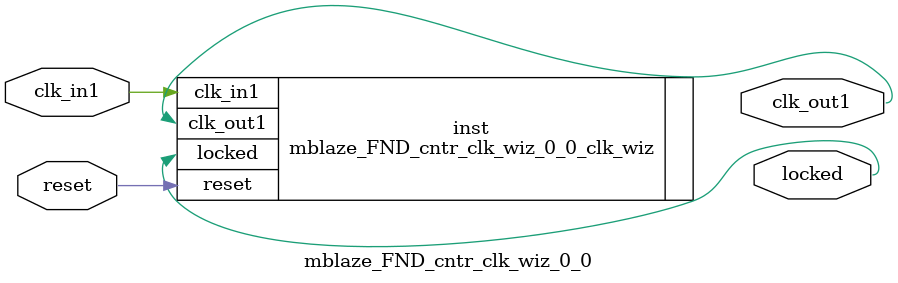
<source format=v>


`timescale 1ps/1ps

(* CORE_GENERATION_INFO = "mblaze_FND_cntr_clk_wiz_0_0,clk_wiz_v6_0_4_0_0,{component_name=mblaze_FND_cntr_clk_wiz_0_0,use_phase_alignment=true,use_min_o_jitter=false,use_max_i_jitter=false,use_dyn_phase_shift=false,use_inclk_switchover=false,use_dyn_reconfig=false,enable_axi=0,feedback_source=FDBK_AUTO,PRIMITIVE=MMCM,num_out_clk=1,clkin1_period=10.000,clkin2_period=10.000,use_power_down=false,use_reset=true,use_locked=true,use_inclk_stopped=false,feedback_type=SINGLE,CLOCK_MGR_TYPE=NA,manual_override=false}" *)

module mblaze_FND_cntr_clk_wiz_0_0 
 (
  // Clock out ports
  output        clk_out1,
  // Status and control signals
  input         reset,
  output        locked,
 // Clock in ports
  input         clk_in1
 );

  mblaze_FND_cntr_clk_wiz_0_0_clk_wiz inst
  (
  // Clock out ports  
  .clk_out1(clk_out1),
  // Status and control signals               
  .reset(reset), 
  .locked(locked),
 // Clock in ports
  .clk_in1(clk_in1)
  );

endmodule

</source>
